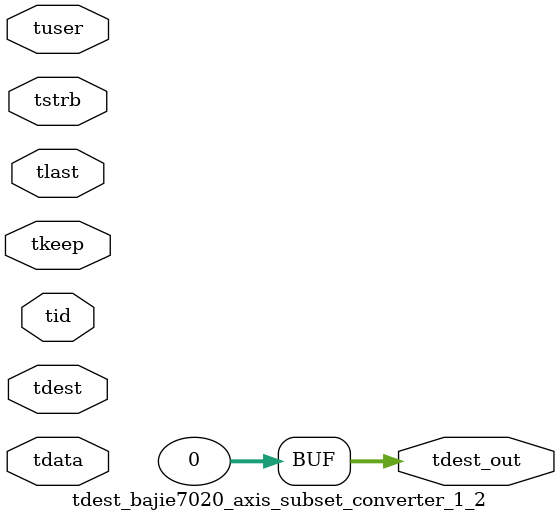
<source format=v>


`timescale 1ps/1ps

module tdest_bajie7020_axis_subset_converter_1_2 #
(
parameter C_S_AXIS_TDATA_WIDTH = 32,
parameter C_S_AXIS_TUSER_WIDTH = 0,
parameter C_S_AXIS_TID_WIDTH   = 0,
parameter C_S_AXIS_TDEST_WIDTH = 0,
parameter C_M_AXIS_TDEST_WIDTH = 32
)
(
input  [(C_S_AXIS_TDATA_WIDTH == 0 ? 1 : C_S_AXIS_TDATA_WIDTH)-1:0     ] tdata,
input  [(C_S_AXIS_TUSER_WIDTH == 0 ? 1 : C_S_AXIS_TUSER_WIDTH)-1:0     ] tuser,
input  [(C_S_AXIS_TID_WIDTH   == 0 ? 1 : C_S_AXIS_TID_WIDTH)-1:0       ] tid,
input  [(C_S_AXIS_TDEST_WIDTH == 0 ? 1 : C_S_AXIS_TDEST_WIDTH)-1:0     ] tdest,
input  [(C_S_AXIS_TDATA_WIDTH/8)-1:0 ] tkeep,
input  [(C_S_AXIS_TDATA_WIDTH/8)-1:0 ] tstrb,
input                                                                    tlast,
output [C_M_AXIS_TDEST_WIDTH-1:0] tdest_out
);

assign tdest_out = {1'b0};

endmodule


</source>
